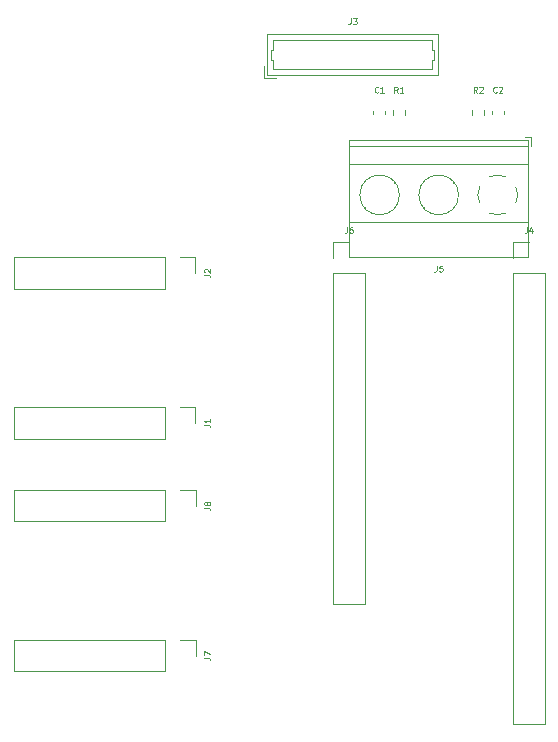
<source format=gbr>
%TF.GenerationSoftware,KiCad,Pcbnew,(5.1.10)-1*%
%TF.CreationDate,2023-09-20T19:37:08-05:00*%
%TF.ProjectId,brs_flight_computer,6272735f-666c-4696-9768-745f636f6d70,A*%
%TF.SameCoordinates,Original*%
%TF.FileFunction,Legend,Top*%
%TF.FilePolarity,Positive*%
%FSLAX46Y46*%
G04 Gerber Fmt 4.6, Leading zero omitted, Abs format (unit mm)*
G04 Created by KiCad (PCBNEW (5.1.10)-1) date 2023-09-20 19:37:08*
%MOMM*%
%LPD*%
G01*
G04 APERTURE LIST*
%ADD10C,0.120000*%
%ADD11C,0.100000*%
G04 APERTURE END LIST*
D10*
%TO.C,R2*%
X162037500Y-81898258D02*
X162037500Y-81423742D01*
X163082500Y-81898258D02*
X163082500Y-81423742D01*
%TO.C,R1*%
X155306500Y-81898258D02*
X155306500Y-81423742D01*
X156351500Y-81898258D02*
X156351500Y-81423742D01*
%TO.C,C2*%
X163701000Y-81801580D02*
X163701000Y-81520420D01*
X164721000Y-81801580D02*
X164721000Y-81520420D01*
%TO.C,C1*%
X153668000Y-81801580D02*
X153668000Y-81520420D01*
X154688000Y-81801580D02*
X154688000Y-81520420D01*
%TO.C,J5*%
X160891000Y-88646000D02*
G75*
G03*
X160891000Y-88646000I-1680000J0D01*
G01*
X155891000Y-88646000D02*
G75*
G03*
X155891000Y-88646000I-1680000J0D01*
G01*
X166771000Y-84546000D02*
X151651000Y-84546000D01*
X166771000Y-86046000D02*
X151651000Y-86046000D01*
X166771000Y-90947000D02*
X151651000Y-90947000D01*
X166771000Y-93907000D02*
X151651000Y-93907000D01*
X166771000Y-83986000D02*
X151651000Y-83986000D01*
X166771000Y-93907000D02*
X166771000Y-83986000D01*
X151651000Y-93907000D02*
X151651000Y-83986000D01*
X157936000Y-89715000D02*
X157983000Y-89669000D01*
X160245000Y-87407000D02*
X160280000Y-87372000D01*
X158141000Y-89921000D02*
X158176000Y-89885000D01*
X160438000Y-87623000D02*
X160485000Y-87577000D01*
X152936000Y-89715000D02*
X152983000Y-89669000D01*
X155245000Y-87407000D02*
X155280000Y-87372000D01*
X153141000Y-89921000D02*
X153176000Y-89885000D01*
X155438000Y-87623000D02*
X155485000Y-87577000D01*
X167011000Y-84486000D02*
X167011000Y-83746000D01*
X167011000Y-83746000D02*
X166511000Y-83746000D01*
X164182195Y-86965747D02*
G75*
G02*
X164895000Y-87111000I28805J-1680253D01*
G01*
X165746426Y-87962958D02*
G75*
G02*
X165746000Y-89330000I-1535426J-683042D01*
G01*
X164894042Y-90181426D02*
G75*
G02*
X163527000Y-90181000I-683042J1535426D01*
G01*
X162675574Y-89329042D02*
G75*
G02*
X162676000Y-87962000I1535426J683042D01*
G01*
X163527682Y-87111244D02*
G75*
G02*
X164211000Y-86966000I683318J-1534756D01*
G01*
%TO.C,J8*%
X138642400Y-113630400D02*
X138642400Y-114960400D01*
X137312400Y-113630400D02*
X138642400Y-113630400D01*
X136042400Y-113630400D02*
X136042400Y-116290400D01*
X136042400Y-116290400D02*
X123282400Y-116290400D01*
X136042400Y-113630400D02*
X123282400Y-113630400D01*
X123282400Y-113630400D02*
X123282400Y-116290400D01*
%TO.C,J7*%
X138642400Y-126330400D02*
X138642400Y-127660400D01*
X137312400Y-126330400D02*
X138642400Y-126330400D01*
X136042400Y-126330400D02*
X136042400Y-128990400D01*
X136042400Y-128990400D02*
X123282400Y-128990400D01*
X136042400Y-126330400D02*
X123282400Y-126330400D01*
X123282400Y-126330400D02*
X123282400Y-128990400D01*
%TO.C,J6*%
X150279000Y-123250000D02*
X152939000Y-123250000D01*
X150279000Y-95250000D02*
X150279000Y-123250000D01*
X152939000Y-95250000D02*
X152939000Y-123250000D01*
X150279000Y-95250000D02*
X152939000Y-95250000D01*
X150279000Y-93980000D02*
X150279000Y-92650000D01*
X150279000Y-92650000D02*
X151609000Y-92650000D01*
%TO.C,J4*%
X165519000Y-133410000D02*
X168179000Y-133410000D01*
X165519000Y-95250000D02*
X165519000Y-133410000D01*
X168179000Y-95250000D02*
X168179000Y-133410000D01*
X165519000Y-95250000D02*
X168179000Y-95250000D01*
X165519000Y-93980000D02*
X165519000Y-92650000D01*
X165519000Y-92650000D02*
X166849000Y-92650000D01*
%TO.C,J3*%
X144694000Y-75056000D02*
X144694000Y-78476000D01*
X144694000Y-78476000D02*
X159164000Y-78476000D01*
X159164000Y-78476000D02*
X159164000Y-75056000D01*
X159164000Y-75056000D02*
X144694000Y-75056000D01*
X151929000Y-77966000D02*
X145204000Y-77966000D01*
X145204000Y-77966000D02*
X145204000Y-77216000D01*
X145204000Y-77216000D02*
X145004000Y-77216000D01*
X145004000Y-77216000D02*
X145004000Y-76416000D01*
X145004000Y-76416000D02*
X145204000Y-76416000D01*
X145204000Y-76416000D02*
X145204000Y-75566000D01*
X145204000Y-75566000D02*
X151929000Y-75566000D01*
X151929000Y-77966000D02*
X158654000Y-77966000D01*
X158654000Y-77966000D02*
X158654000Y-77216000D01*
X158654000Y-77216000D02*
X158854000Y-77216000D01*
X158854000Y-77216000D02*
X158854000Y-76416000D01*
X158854000Y-76416000D02*
X158654000Y-76416000D01*
X158654000Y-76416000D02*
X158654000Y-75566000D01*
X158654000Y-75566000D02*
X151929000Y-75566000D01*
X144404000Y-78766000D02*
X144404000Y-77766000D01*
X144404000Y-78766000D02*
X145404000Y-78766000D01*
%TO.C,J2*%
X123257000Y-93920000D02*
X123257000Y-96580000D01*
X136017000Y-93920000D02*
X123257000Y-93920000D01*
X136017000Y-96580000D02*
X123257000Y-96580000D01*
X136017000Y-93920000D02*
X136017000Y-96580000D01*
X137287000Y-93920000D02*
X138617000Y-93920000D01*
X138617000Y-93920000D02*
X138617000Y-95250000D01*
%TO.C,J1*%
X123257000Y-106620000D02*
X123257000Y-109280000D01*
X136017000Y-106620000D02*
X123257000Y-106620000D01*
X136017000Y-109280000D02*
X123257000Y-109280000D01*
X136017000Y-106620000D02*
X136017000Y-109280000D01*
X137287000Y-106620000D02*
X138617000Y-106620000D01*
X138617000Y-106620000D02*
X138617000Y-107950000D01*
%TO.C,R2*%
D11*
X162476666Y-79982190D02*
X162310000Y-79744095D01*
X162190952Y-79982190D02*
X162190952Y-79482190D01*
X162381428Y-79482190D01*
X162429047Y-79506000D01*
X162452857Y-79529809D01*
X162476666Y-79577428D01*
X162476666Y-79648857D01*
X162452857Y-79696476D01*
X162429047Y-79720285D01*
X162381428Y-79744095D01*
X162190952Y-79744095D01*
X162667142Y-79529809D02*
X162690952Y-79506000D01*
X162738571Y-79482190D01*
X162857619Y-79482190D01*
X162905238Y-79506000D01*
X162929047Y-79529809D01*
X162952857Y-79577428D01*
X162952857Y-79625047D01*
X162929047Y-79696476D01*
X162643333Y-79982190D01*
X162952857Y-79982190D01*
%TO.C,R1*%
X155745666Y-79982190D02*
X155579000Y-79744095D01*
X155459952Y-79982190D02*
X155459952Y-79482190D01*
X155650428Y-79482190D01*
X155698047Y-79506000D01*
X155721857Y-79529809D01*
X155745666Y-79577428D01*
X155745666Y-79648857D01*
X155721857Y-79696476D01*
X155698047Y-79720285D01*
X155650428Y-79744095D01*
X155459952Y-79744095D01*
X156221857Y-79982190D02*
X155936142Y-79982190D01*
X156079000Y-79982190D02*
X156079000Y-79482190D01*
X156031380Y-79553619D01*
X155983761Y-79601238D01*
X155936142Y-79625047D01*
%TO.C,C2*%
X164127666Y-79934571D02*
X164103857Y-79958380D01*
X164032428Y-79982190D01*
X163984809Y-79982190D01*
X163913380Y-79958380D01*
X163865761Y-79910761D01*
X163841952Y-79863142D01*
X163818142Y-79767904D01*
X163818142Y-79696476D01*
X163841952Y-79601238D01*
X163865761Y-79553619D01*
X163913380Y-79506000D01*
X163984809Y-79482190D01*
X164032428Y-79482190D01*
X164103857Y-79506000D01*
X164127666Y-79529809D01*
X164318142Y-79529809D02*
X164341952Y-79506000D01*
X164389571Y-79482190D01*
X164508619Y-79482190D01*
X164556238Y-79506000D01*
X164580047Y-79529809D01*
X164603857Y-79577428D01*
X164603857Y-79625047D01*
X164580047Y-79696476D01*
X164294333Y-79982190D01*
X164603857Y-79982190D01*
%TO.C,C1*%
X154094666Y-79934571D02*
X154070857Y-79958380D01*
X153999428Y-79982190D01*
X153951809Y-79982190D01*
X153880380Y-79958380D01*
X153832761Y-79910761D01*
X153808952Y-79863142D01*
X153785142Y-79767904D01*
X153785142Y-79696476D01*
X153808952Y-79601238D01*
X153832761Y-79553619D01*
X153880380Y-79506000D01*
X153951809Y-79482190D01*
X153999428Y-79482190D01*
X154070857Y-79506000D01*
X154094666Y-79529809D01*
X154570857Y-79982190D02*
X154285142Y-79982190D01*
X154428000Y-79982190D02*
X154428000Y-79482190D01*
X154380380Y-79553619D01*
X154332761Y-79601238D01*
X154285142Y-79625047D01*
%TO.C,J5*%
X159044333Y-94632190D02*
X159044333Y-94989333D01*
X159020523Y-95060761D01*
X158972904Y-95108380D01*
X158901476Y-95132190D01*
X158853857Y-95132190D01*
X159520523Y-94632190D02*
X159282428Y-94632190D01*
X159258619Y-94870285D01*
X159282428Y-94846476D01*
X159330047Y-94822666D01*
X159449095Y-94822666D01*
X159496714Y-94846476D01*
X159520523Y-94870285D01*
X159544333Y-94917904D01*
X159544333Y-95036952D01*
X159520523Y-95084571D01*
X159496714Y-95108380D01*
X159449095Y-95132190D01*
X159330047Y-95132190D01*
X159282428Y-95108380D01*
X159258619Y-95084571D01*
%TO.C,J8*%
X139368590Y-115127066D02*
X139725733Y-115127066D01*
X139797161Y-115150876D01*
X139844780Y-115198495D01*
X139868590Y-115269923D01*
X139868590Y-115317542D01*
X139582876Y-114817542D02*
X139559066Y-114865161D01*
X139535257Y-114888971D01*
X139487638Y-114912780D01*
X139463828Y-114912780D01*
X139416209Y-114888971D01*
X139392400Y-114865161D01*
X139368590Y-114817542D01*
X139368590Y-114722304D01*
X139392400Y-114674685D01*
X139416209Y-114650876D01*
X139463828Y-114627066D01*
X139487638Y-114627066D01*
X139535257Y-114650876D01*
X139559066Y-114674685D01*
X139582876Y-114722304D01*
X139582876Y-114817542D01*
X139606685Y-114865161D01*
X139630495Y-114888971D01*
X139678114Y-114912780D01*
X139773352Y-114912780D01*
X139820971Y-114888971D01*
X139844780Y-114865161D01*
X139868590Y-114817542D01*
X139868590Y-114722304D01*
X139844780Y-114674685D01*
X139820971Y-114650876D01*
X139773352Y-114627066D01*
X139678114Y-114627066D01*
X139630495Y-114650876D01*
X139606685Y-114674685D01*
X139582876Y-114722304D01*
%TO.C,J7*%
X139368590Y-127827066D02*
X139725733Y-127827066D01*
X139797161Y-127850876D01*
X139844780Y-127898495D01*
X139868590Y-127969923D01*
X139868590Y-128017542D01*
X139368590Y-127636590D02*
X139368590Y-127303257D01*
X139868590Y-127517542D01*
%TO.C,J6*%
X151442333Y-91376190D02*
X151442333Y-91733333D01*
X151418523Y-91804761D01*
X151370904Y-91852380D01*
X151299476Y-91876190D01*
X151251857Y-91876190D01*
X151894714Y-91376190D02*
X151799476Y-91376190D01*
X151751857Y-91400000D01*
X151728047Y-91423809D01*
X151680428Y-91495238D01*
X151656619Y-91590476D01*
X151656619Y-91780952D01*
X151680428Y-91828571D01*
X151704238Y-91852380D01*
X151751857Y-91876190D01*
X151847095Y-91876190D01*
X151894714Y-91852380D01*
X151918523Y-91828571D01*
X151942333Y-91780952D01*
X151942333Y-91661904D01*
X151918523Y-91614285D01*
X151894714Y-91590476D01*
X151847095Y-91566666D01*
X151751857Y-91566666D01*
X151704238Y-91590476D01*
X151680428Y-91614285D01*
X151656619Y-91661904D01*
%TO.C,J4*%
X166682333Y-91376190D02*
X166682333Y-91733333D01*
X166658523Y-91804761D01*
X166610904Y-91852380D01*
X166539476Y-91876190D01*
X166491857Y-91876190D01*
X167134714Y-91542857D02*
X167134714Y-91876190D01*
X167015666Y-91352380D02*
X166896619Y-91709523D01*
X167206142Y-91709523D01*
%TO.C,J3*%
X151757333Y-73692190D02*
X151757333Y-74049333D01*
X151733523Y-74120761D01*
X151685904Y-74168380D01*
X151614476Y-74192190D01*
X151566857Y-74192190D01*
X151947809Y-73692190D02*
X152257333Y-73692190D01*
X152090666Y-73882666D01*
X152162095Y-73882666D01*
X152209714Y-73906476D01*
X152233523Y-73930285D01*
X152257333Y-73977904D01*
X152257333Y-74096952D01*
X152233523Y-74144571D01*
X152209714Y-74168380D01*
X152162095Y-74192190D01*
X152019238Y-74192190D01*
X151971619Y-74168380D01*
X151947809Y-74144571D01*
%TO.C,J2*%
X139343190Y-95416666D02*
X139700333Y-95416666D01*
X139771761Y-95440476D01*
X139819380Y-95488095D01*
X139843190Y-95559523D01*
X139843190Y-95607142D01*
X139390809Y-95202380D02*
X139367000Y-95178571D01*
X139343190Y-95130952D01*
X139343190Y-95011904D01*
X139367000Y-94964285D01*
X139390809Y-94940476D01*
X139438428Y-94916666D01*
X139486047Y-94916666D01*
X139557476Y-94940476D01*
X139843190Y-95226190D01*
X139843190Y-94916666D01*
%TO.C,J1*%
X139343190Y-108116666D02*
X139700333Y-108116666D01*
X139771761Y-108140476D01*
X139819380Y-108188095D01*
X139843190Y-108259523D01*
X139843190Y-108307142D01*
X139843190Y-107616666D02*
X139843190Y-107902380D01*
X139843190Y-107759523D02*
X139343190Y-107759523D01*
X139414619Y-107807142D01*
X139462238Y-107854761D01*
X139486047Y-107902380D01*
%TD*%
M02*

</source>
